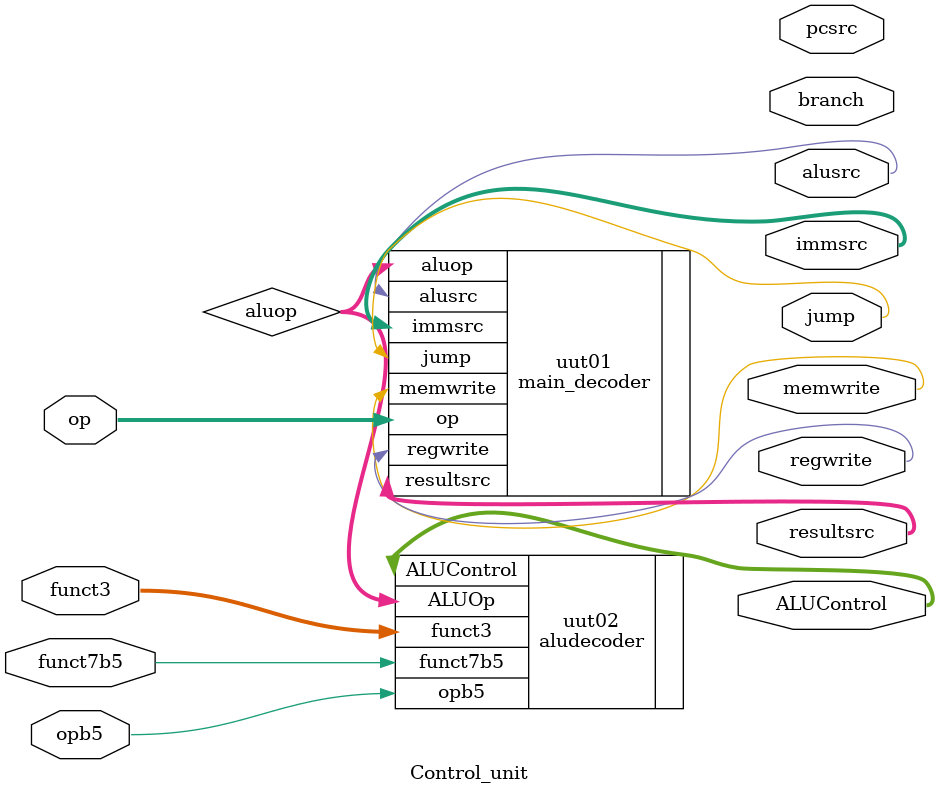
<source format=v>
module Control_unit(regwrite,immsrc,alusrc,memwrite,
                    resultsrc,branch,jump,op,funct3,funct7b5,
                              opb5,ALUControl,pcsrc

    );
    output wire regwrite,alusrc,memwrite,branch,jump;
    output wire [1:0]immsrc,resultsrc;
    input [6:0]op;
    input [2:0] funct3;
    input funct7b5;
    input opb5;
    output wire [3:0] ALUControl;
    output pcsrc;
    wire [1:0] aluop;
    main_decoder uut01(.regwrite(regwrite), .immsrc(immsrc), .alusrc(alusrc), .memwrite(memwrite), .resultsrc(resultsrc),
                             .aluop(aluop), .jump(jump), .op(op));
    aludecoder uut02(.ALUOp(aluop), .funct3(funct3), .funct7b5(funct7b5), .opb5(opb5), .ALUControl(ALUControl));
endmodule

</source>
